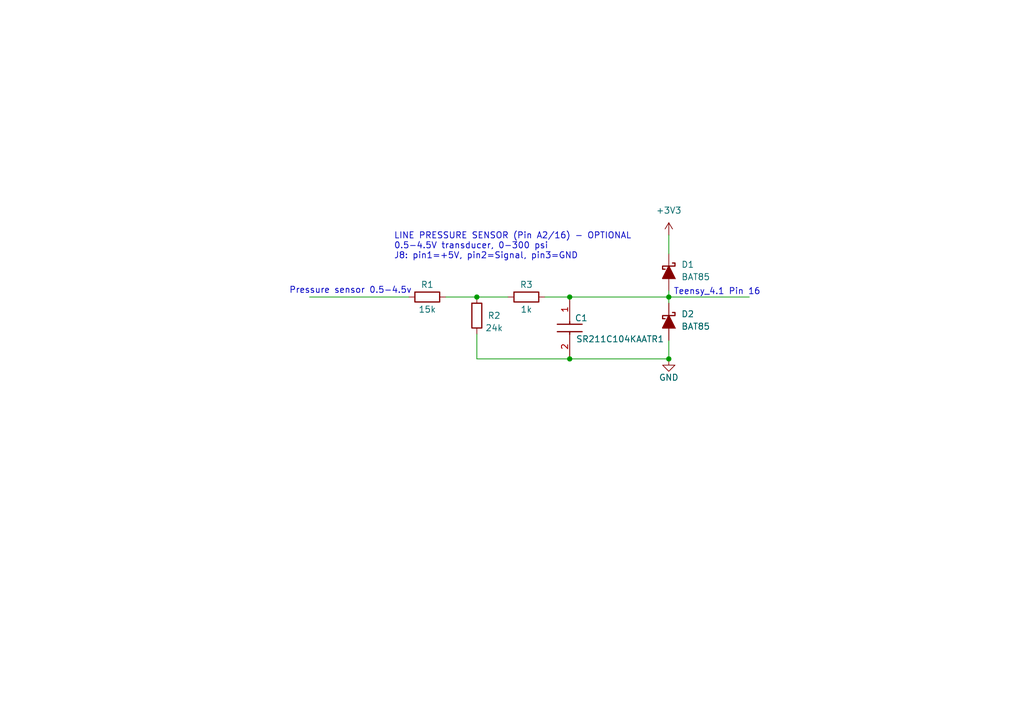
<source format=kicad_sch>
(kicad_sch (version 20250114) (generator "eeschema") (generator_version "9.0")
  (paper "A5")
  (lib_symbols
    (symbol "Device:R" (pin_numbers (hide yes)) (pin_names (offset 0))
      (property "Reference" "R" (at 2.032 0 90))
      (property "Value" "R" (at 0 0 90))
      (symbol "R_0_1"
        (rectangle (start -1.016 -2.54) (end 1.016 2.54) (stroke (width 0.254)))
      )
      (symbol "R_1_1"
        (pin passive line (at 0 3.81 270) (length 1.27) (name "~") (number "1"))
        (pin passive line (at 0 -3.81 90) (length 1.27) (name "~") (number "2"))
      )
    )
    (symbol "PCM_Diode_Schottky_AKL:BAT85" (pin_numbers (hide yes)) (pin_names (offset 1.016) (hide yes))
      (property "Reference" "D" (at 0 5.08 0))
      (property "Value" "BAT85" (at 0 2.54 0))
      (symbol "BAT85_0_1"
        (polyline (pts (xy -1.27 0) (xy 1.27 0)))
        (polyline (pts (xy -1.27 -1.27) (xy -1.27 1.27) (xy 1.27 0) (xy -1.27 -1.27)) (stroke (width 0.254)) (fill (type outline)))
        (polyline (pts (xy 1.905 -0.762) (xy 1.905 -1.27) (xy 1.27 -1.27) (xy 1.27 1.27) (xy 0.635 1.27) (xy 0.635 0.762)) (stroke (width 0.254)))
      )
      (symbol "BAT85_0_2"
        (polyline (pts (xy -2.54 -2.54) (xy 2.54 2.54)))
        (polyline (pts (xy -0.889 -0.889) (xy -1.778 0) (xy 0.889 0.889) (xy 0 -1.778) (xy -0.889 -0.889)) (stroke (width 0.254)) (fill (type outline)))
        (polyline (pts (xy 0 1.778) (xy 1.778 0)) (stroke (width 0.254)))
        (polyline (pts (xy 0 1.778) (xy -0.381 1.397) (xy 0 1.016)) (stroke (width 0.254)))
        (polyline (pts (xy 1.778 0) (xy 2.159 0.381) (xy 1.778 0.762)) (stroke (width 0.254)))
      )
      (symbol "BAT85_1_1"
        (pin passive line (at -3.81 0 0) (length 2.54) (name "A") (number "2"))
        (pin passive line (at 3.81 0 180) (length 2.54) (name "K") (number "1"))
      )
      (symbol "BAT85_1_2"
        (pin passive line (at -2.54 -2.54 0) (length 0) (name "A") (number "2"))
        (pin passive line (at 2.54 2.54 180) (length 0) (name "K") (number "1"))
      )
    )
    (symbol "SamacSys_Parts:SR211C104KAATR1" (pin_names (hide yes))
      (property "Reference" "C" (at 8.89 6.35 0))
      (property "Value" "SR211C104KAATR1" (at 8.89 3.81 0))
      (symbol "SR211C104KAATR1_1_1"
        (polyline (pts (xy 5.08 0) (xy 5.588 0)) (stroke (width 0.254)))
        (polyline (pts (xy 5.588 2.54) (xy 5.588 -2.54)) (stroke (width 0.254)))
        (polyline (pts (xy 7.112 2.54) (xy 7.112 -2.54)) (stroke (width 0.254)))
        (polyline (pts (xy 7.112 0) (xy 7.62 0)) (stroke (width 0.254)))
        (pin passive line (at 0 0 0) (length 5.08) (name "1") (number "1"))
        (pin passive line (at 12.7 0 180) (length 5.08) (name "2") (number "2"))
      )
    )
    (symbol "power:+3V3" (power) (pin_numbers (hide yes)) (pin_names (offset 0) (hide yes))
      (property "Value" "+3V3" (at 0 3.556 0))
      (symbol "+3V3_0_1"
        (polyline (pts (xy -0.762 1.27) (xy 0 2.54)))
        (polyline (pts (xy 0 2.54) (xy 0.762 1.27)))
        (polyline (pts (xy 0 0) (xy 0 2.54)))
      )
      (symbol "+3V3_1_1"
        (pin power_in line (at 0 0 90) (length 0) (name "~") (number "1"))
      )
    )
    (symbol "power:GND" (power) (pin_numbers (hide yes)) (pin_names (offset 0) (hide yes))
      (property "Value" "GND" (at 0 -3.81 0))
      (symbol "GND_0_1"
        (polyline (pts (xy 0 0) (xy 0 -1.27) (xy 1.27 -1.27) (xy 0 -2.54) (xy -1.27 -1.27) (xy 0 -1.27)))
      )
      (symbol "GND_1_1"
        (pin power_in line (at 0 0 270) (length 0) (name "~") (number "1"))
      )
    )
  )
  (text "Teensy_4.1 Pin 16" (at 147.066 59.944 0) (effects (font (size 1.27 1.27))))
  (text "Pressure sensor 0.5-4.5v" (at 71.882 59.69 0) (effects (font (size 1.27 1.27))))
  (text "LINE PRESSURE SENSOR (Pin A2/16) - OPTIONAL\n0.5-4.5V transducer, 0-300 psi\nJ8: pin1=+5V, pin2=Signal, pin3=GND" (at 80.772 50.546 0) (effects (font (size 1.27 1.27)) (justify left)))
  (junction (at 116.84 60.96))
  (junction (at 116.84 73.66))
  (junction (at 97.79 60.96))
  (junction (at 137.16 60.96))
  (junction (at 137.16 73.66))
  (wire (pts (xy 137.16 60.96) (xy 153.67 60.96)))
  (wire (pts (xy 116.84 73.66) (xy 137.16 73.66)))
  (wire (pts (xy 111.76 60.96) (xy 116.84 60.96)))
  (wire (pts (xy 137.16 48.26) (xy 137.16 52.07)))
  (wire (pts (xy 97.79 68.58) (xy 97.79 73.66)))
  (wire (pts (xy 91.44 60.96) (xy 97.79 60.96)))
  (wire (pts (xy 137.16 60.96) (xy 137.16 62.23)))
  (wire (pts (xy 116.84 60.96) (xy 137.16 60.96)))
  (wire (pts (xy 137.16 69.85) (xy 137.16 73.66)))
  (wire (pts (xy 97.79 73.66) (xy 116.84 73.66)))
  (wire (pts (xy 63.5 60.96) (xy 83.82 60.96)))
  (wire (pts (xy 97.79 60.96) (xy 104.14 60.96)))
  (wire (pts (xy 137.16 59.69) (xy 137.16 60.96)))
  (symbol (lib_id "PCM_Diode_Schottky_AKL:BAT85") (at 137.16 66.04 90) (unit 1)
    (property "Reference" "D2" (at 139.7 64.4524 90) (effects (justify right)))
    (property "Value" "BAT85" (at 139.7 66.9924 90) (effects (justify right)))
    (property "Footprint" "PCM_Diode_THT_AKL:D_DO-34_SOD68_P7.62mm_Horizontal" (effects (hide yes)))
    (property "Datasheet" "https://www.tme.eu/Document/a02201ffd45e43da73ea0afaa07300b7/BAT85.pdf" (effects (hide yes)))
    (property "Description" "DO-34 Schottky diode, 30V, 200mA, Alternate KiCAD Library" (effects (hide yes)))
  )
  (symbol (lib_id "PCM_Diode_Schottky_AKL:BAT85") (at 137.16 55.88 90) (unit 1)
    (property "Reference" "D1" (at 139.7 54.2924 90) (effects (justify right)))
    (property "Value" "BAT85" (at 139.7 56.8324 90) (effects (justify right)))
    (property "Footprint" "PCM_Diode_THT_AKL:D_DO-34_SOD68_P7.62mm_Horizontal" (effects (hide yes)))
    (property "Datasheet" "https://www.tme.eu/Document/a02201ffd45e43da73ea0afaa07300b7/BAT85.pdf" (effects (hide yes)))
    (property "Description" "DO-34 Schottky diode, 30V, 200mA, Alternate KiCAD Library" (effects (hide yes)))
  )
  (symbol (lib_id "power:GND") (at 137.16 73.66 0) (unit 1) (in_bom no)
    (property "Reference" "#PWR02" (effects (hide yes)))
    (property "Value" "GND" (at 137.16 77.47 0))
  )
  (symbol (lib_id "Device:R") (at 87.63 60.96 90) (unit 1)
    (property "Reference" "R1" (at 87.63 58.42 90))
    (property "Value" "15k" (at 87.63 63.5 90))
  )
  (symbol (lib_id "SamacSys_Parts:SR211C104KAATR1") (at 116.84 60.96 270) (unit 1)
    (property "Reference" "C1" (at 117.856 65.278 90) (effects (justify left)))
    (property "Value" "SR211C104KAATR1" (at 118.11 69.596 90) (effects (justify left)))
    (property "Footprint" "SamacSys_Parts:SR211C104KAATR1" (effects (hide yes)))
    (property "Datasheet" "https://datasheets.kyocera-avx.com/SR-Series.pdf" (effects (hide yes)))
    (property "Description" "Multilayer Ceramic Capacitors MLCC - Leaded 100V 0.1uF X7R Long Leads 1\"min 10% A 581-SR211C104KARTR1" (effects (hide yes)))
    (property "Height" "5.08" (effects (hide yes)))
    (property "Mouser Part Number" "581-SR211C104KAATR1" (effects (hide yes)))
    (property "Mouser Price/Stock" "https://www.mouser.co.uk/ProductDetail/KYOCERA-AVX/SR211C104KAATR1?qs=wrl9V6q653S2nTpVE13MlA%3D%3D" (effects (hide yes)))
    (property "Manufacturer_Name" "Kyocera AVX" (effects (hide yes)))
    (property "Manufacturer_Part_Number" "SR211C104KAATR1" (effects (hide yes)))
  )
  (symbol (lib_id "power:+3V3") (at 137.16 48.26 0) (unit 1)
    (property "Reference" "#PWR01" (effects (hide yes)))
    (property "Value" "+3V3" (at 137.16 43.18 0))
    (property "Description" "Power symbol creates a global label with name \"+3V3\"" (effects (hide yes)))
  )
  (symbol (lib_id "Device:R") (at 97.79 64.77 0) (unit 1)
    (property "Reference" "R2" (at 101.346 64.77 0))
    (property "Value" "24k" (at 101.346 67.31 0))
  )
  (symbol (lib_id "Device:R") (at 107.95 60.96 90) (unit 1)
    (property "Reference" "R3" (at 107.95 58.42 90))
    (property "Value" "1k" (at 107.95 63.5 90))
  )
)
</source>
